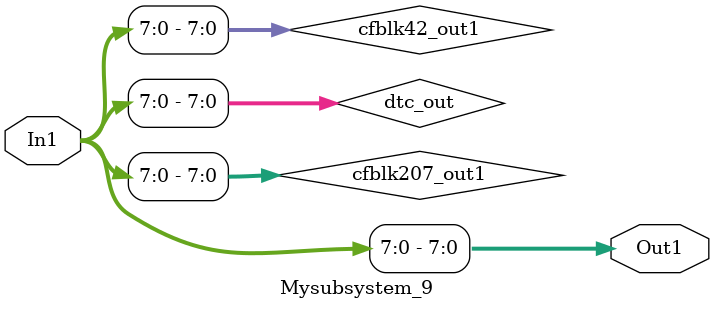
<source format=v>



`timescale 1 ns / 1 ns

module Mysubsystem_9
          (In1,
           Out1);


  input   [15:0] In1;  // uint16
  output  [7:0] Out1;  // uint8


  wire [7:0] cfblk207_out1;  // uint8
  wire [7:0] dtc_out;  // ufix8
  wire [7:0] cfblk42_out1;  // uint8


  assign cfblk207_out1 = In1[7:0];



  assign dtc_out = cfblk207_out1;



  assign cfblk42_out1 = dtc_out;



  assign Out1 = cfblk42_out1;

endmodule  // Mysubsystem_9


</source>
